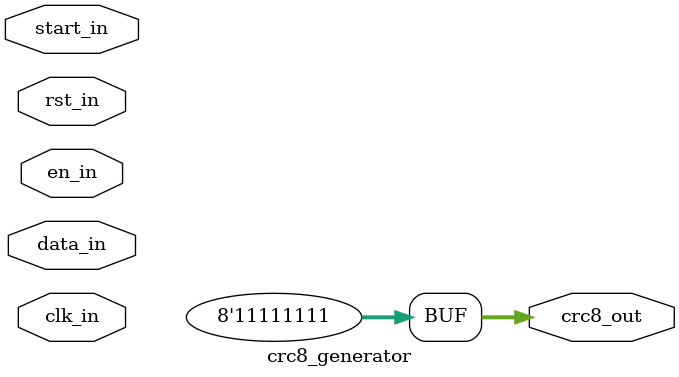
<source format=v>
module crc8_generator(
    input clk_in,
    input rst_in,
    input en_in,
    input start_in,
    input [64:0] data_in,
    output [7:0] crc8_out
);

    assign crc8_out = 8'hff;

endmodule

</source>
